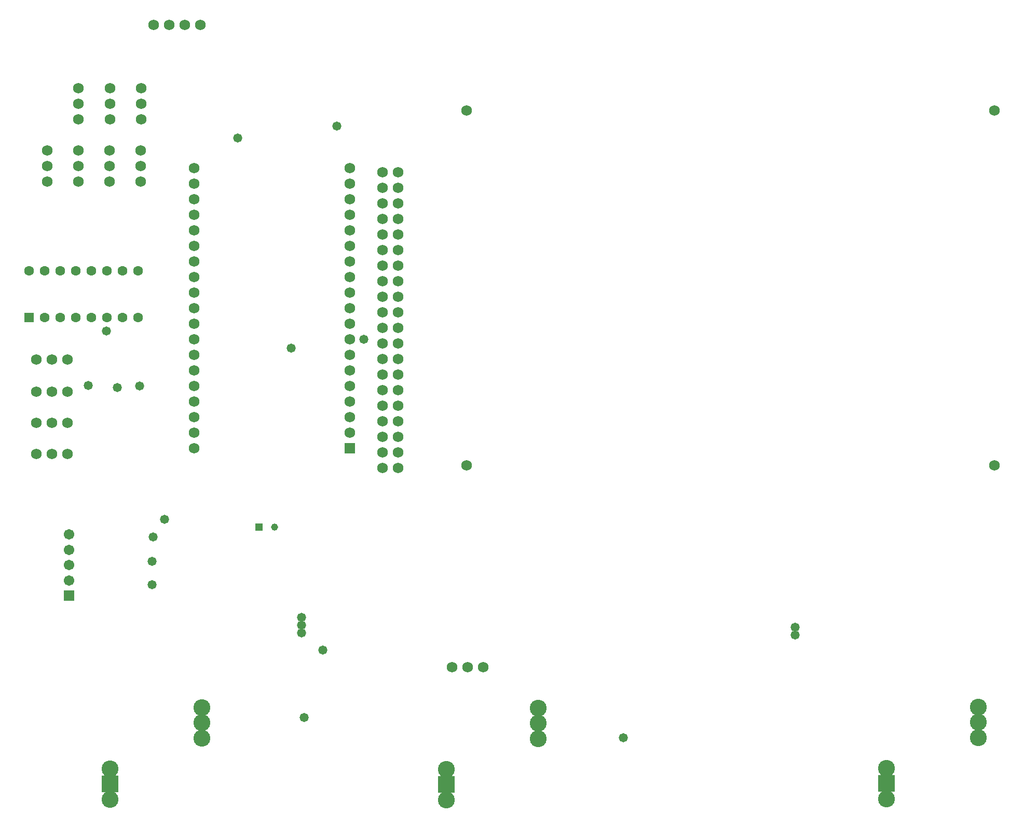
<source format=gbs>
G04*
G04 #@! TF.GenerationSoftware,Altium Limited,Altium Designer,22.10.1 (41)*
G04*
G04 Layer_Color=16711935*
%FSLAX44Y44*%
%MOMM*%
G71*
G04*
G04 #@! TF.SameCoordinates,AEC8B882-0F2C-4FBA-8872-4E3C41141EBA*
G04*
G04*
G04 #@! TF.FilePolarity,Negative*
G04*
G01*
G75*
%ADD48C,1.7272*%
%ADD49R,1.7332X1.7332*%
%ADD50C,1.7332*%
%ADD51C,2.7532*%
%ADD52R,2.7532X2.7532*%
%ADD53R,1.6032X1.6032*%
%ADD54C,1.6032*%
%ADD55C,1.7112*%
%ADD56R,1.7112X1.7112*%
%ADD57R,1.1500X1.1500*%
%ADD58C,1.1500*%
%ADD59C,1.4732*%
D48*
X1850390Y857250D02*
D03*
X989330D02*
D03*
X1850390Y1436370D02*
D03*
X989330D02*
D03*
X355600Y1320800D02*
D03*
Y1346200D02*
D03*
Y1371600D02*
D03*
Y1422400D02*
D03*
Y1447800D02*
D03*
Y1473200D02*
D03*
X406400Y1320800D02*
D03*
Y1346200D02*
D03*
Y1371600D02*
D03*
X457200Y1320800D02*
D03*
Y1346200D02*
D03*
Y1371600D02*
D03*
X407670Y1422400D02*
D03*
Y1447800D02*
D03*
Y1473200D02*
D03*
X458470Y1422400D02*
D03*
Y1447800D02*
D03*
Y1473200D02*
D03*
X965200Y528320D02*
D03*
X287020Y1029970D02*
D03*
X304800Y1371600D02*
D03*
Y1346200D02*
D03*
Y1320800D02*
D03*
X990600Y528320D02*
D03*
X1016000D02*
D03*
X312420Y1029970D02*
D03*
X337820D02*
D03*
X478790Y1576070D02*
D03*
X504190D02*
D03*
X529590D02*
D03*
X554990D02*
D03*
X877570Y1336040D02*
D03*
Y1310640D02*
D03*
Y1285240D02*
D03*
Y1259840D02*
D03*
Y1234440D02*
D03*
X852170Y878840D02*
D03*
Y853440D02*
D03*
Y1336040D02*
D03*
Y1310640D02*
D03*
Y1285240D02*
D03*
Y1259840D02*
D03*
Y1234440D02*
D03*
X877570Y853440D02*
D03*
X852170Y904240D02*
D03*
Y929640D02*
D03*
Y955040D02*
D03*
Y980440D02*
D03*
Y1005840D02*
D03*
Y1031240D02*
D03*
Y1056640D02*
D03*
Y1082040D02*
D03*
Y1107440D02*
D03*
Y1132840D02*
D03*
Y1158240D02*
D03*
Y1183640D02*
D03*
Y1209040D02*
D03*
X877570D02*
D03*
Y1183640D02*
D03*
Y1158240D02*
D03*
Y1132840D02*
D03*
Y1107440D02*
D03*
Y1082040D02*
D03*
Y1056640D02*
D03*
Y1031240D02*
D03*
Y1005840D02*
D03*
Y980440D02*
D03*
Y955040D02*
D03*
Y929640D02*
D03*
Y904240D02*
D03*
Y878840D02*
D03*
X337820Y977900D02*
D03*
X312420D02*
D03*
X287020D02*
D03*
X337820Y927100D02*
D03*
X312420D02*
D03*
X287020D02*
D03*
X337820Y876300D02*
D03*
X312420D02*
D03*
X287020D02*
D03*
D49*
X798830Y885190D02*
D03*
D50*
Y910590D02*
D03*
Y935990D02*
D03*
Y961390D02*
D03*
Y986790D02*
D03*
Y1012190D02*
D03*
Y1037590D02*
D03*
Y1062990D02*
D03*
Y1088390D02*
D03*
Y1113790D02*
D03*
Y1139190D02*
D03*
Y1164590D02*
D03*
Y1189990D02*
D03*
Y1215390D02*
D03*
Y1240790D02*
D03*
Y1266190D02*
D03*
Y1291590D02*
D03*
Y1316990D02*
D03*
Y1342390D02*
D03*
X544830D02*
D03*
Y1316990D02*
D03*
Y1291590D02*
D03*
Y1266190D02*
D03*
Y1240790D02*
D03*
Y1215390D02*
D03*
Y1189990D02*
D03*
Y1164590D02*
D03*
Y1139190D02*
D03*
Y1113790D02*
D03*
Y1088390D02*
D03*
Y1062990D02*
D03*
Y1037590D02*
D03*
Y1012190D02*
D03*
Y986790D02*
D03*
Y961390D02*
D03*
Y935990D02*
D03*
Y910590D02*
D03*
Y885190D02*
D03*
D51*
X1823860Y463220D02*
D03*
Y413220D02*
D03*
Y438220D02*
D03*
X1673860Y363220D02*
D03*
Y313220D02*
D03*
X1106170Y461480D02*
D03*
Y411480D02*
D03*
Y436480D02*
D03*
X956170Y361480D02*
D03*
Y311480D02*
D03*
X407530Y312280D02*
D03*
Y362280D02*
D03*
X557530Y437280D02*
D03*
Y412280D02*
D03*
Y462280D02*
D03*
D52*
X1673860Y338220D02*
D03*
X956170Y336480D02*
D03*
X407530Y337280D02*
D03*
D53*
X275590Y1098550D02*
D03*
D54*
X300990D02*
D03*
X326390D02*
D03*
X351790D02*
D03*
X377190D02*
D03*
X402590D02*
D03*
X427990D02*
D03*
X453390D02*
D03*
X427990Y1174750D02*
D03*
X402590D02*
D03*
X377190D02*
D03*
X351790D02*
D03*
X326390D02*
D03*
X300990D02*
D03*
X275590D02*
D03*
X453390D02*
D03*
D55*
X340190Y694690D02*
D03*
Y719690D02*
D03*
Y669690D02*
D03*
Y744690D02*
D03*
D56*
Y644690D02*
D03*
D57*
X650240Y756920D02*
D03*
D58*
X675640D02*
D03*
D59*
X702993Y1049118D02*
D03*
X821690Y1062990D02*
D03*
X1244600Y412750D02*
D03*
X615950Y1391920D02*
D03*
X401320Y1076960D02*
D03*
X455930Y986790D02*
D03*
X496570Y769620D02*
D03*
X1525270Y593090D02*
D03*
X777240Y1410970D02*
D03*
X1525270Y580390D02*
D03*
X476250Y662940D02*
D03*
X723900Y445770D02*
D03*
X754380Y556260D02*
D03*
X720090Y584200D02*
D03*
Y596900D02*
D03*
Y609600D02*
D03*
X419100Y984250D02*
D03*
X372110Y988060D02*
D03*
X477520Y740410D02*
D03*
X476250Y701040D02*
D03*
M02*

</source>
